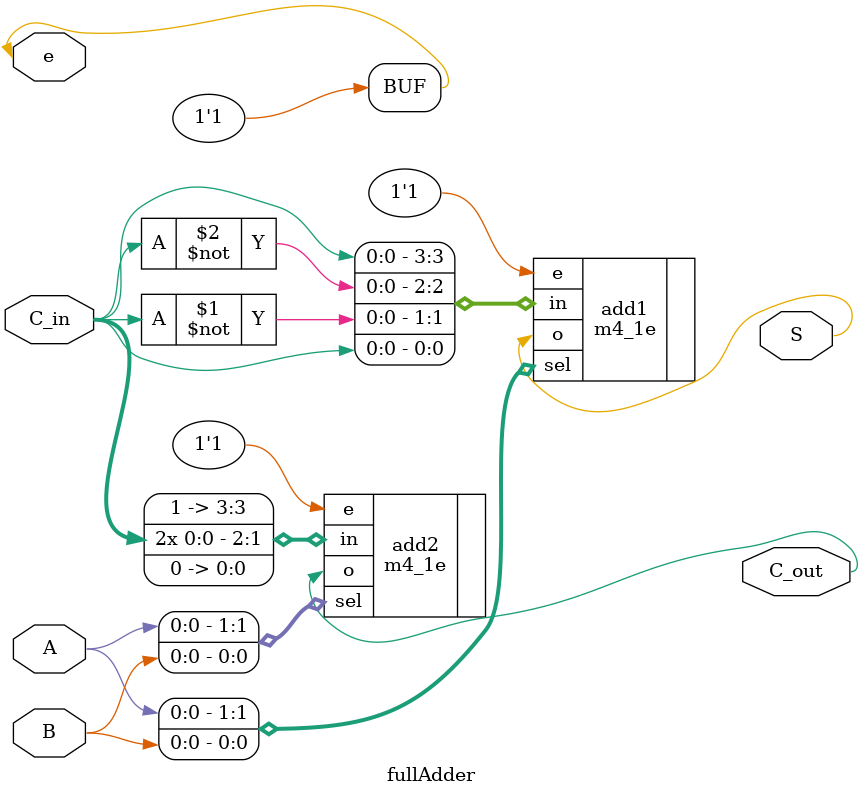
<source format=v>
`timescale 1ns / 1ps


module fullAdder(
    input A,
    input B,
    input C_in,
    input e,
    
    output S,
    output C_out
    );
    
    //full adder with mux
    assign e = 1;
    //sum mux
    m4_1e add1 (.e(e), .in({C_in, ~C_in, ~C_in, C_in}), .sel({A, B}), .o(S));
    //carry bit mux
    m4_1e add2 (.e(e), .in({1'b1, C_in, C_in, 1'b0}), .sel({A, B}), .o(C_out));
endmodule

</source>
